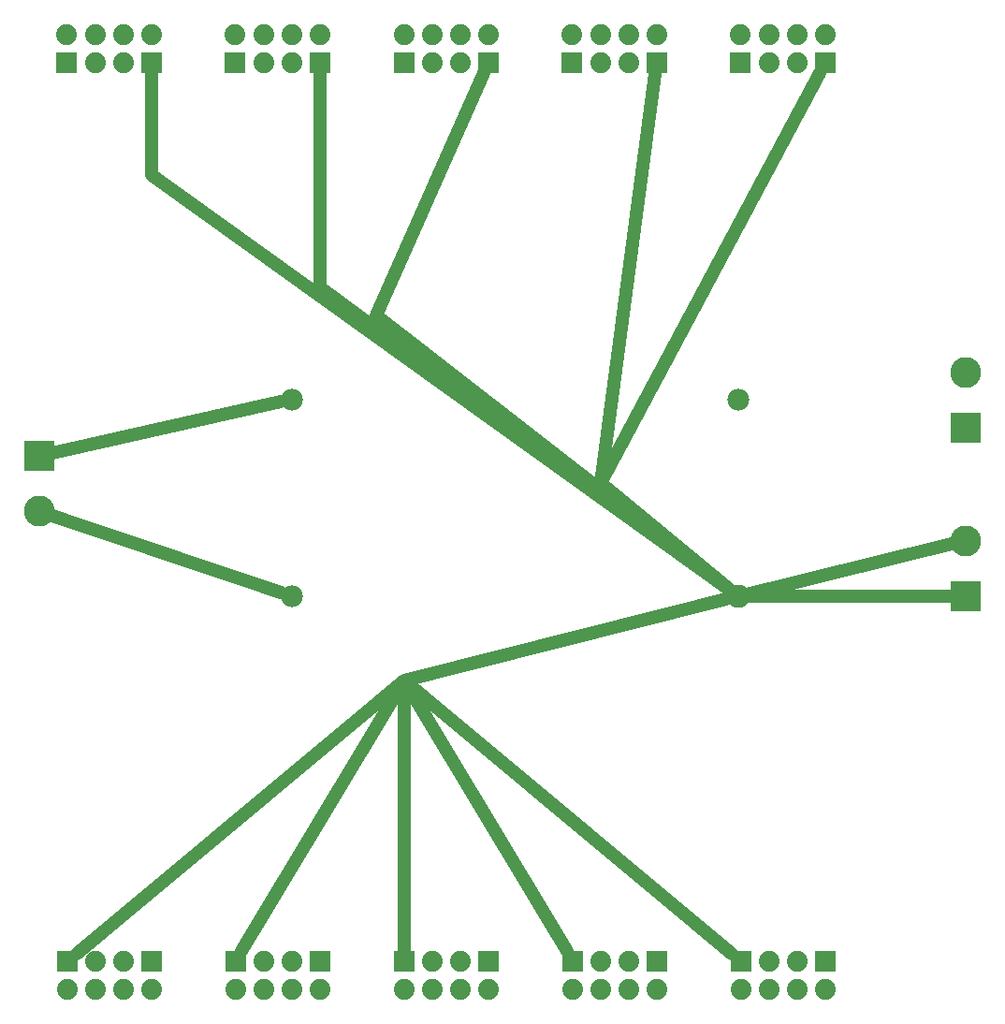
<source format=gtl>
G04 MADE WITH FRITZING*
G04 WWW.FRITZING.ORG*
G04 DOUBLE SIDED*
G04 HOLES PLATED*
G04 CONTOUR ON CENTER OF CONTOUR VECTOR*
%ASAXBY*%
%FSLAX23Y23*%
%MOIN*%
%OFA0B0*%
%SFA1.0B1.0*%
%ADD10C,0.074472*%
%ADD11C,0.078000*%
%ADD12C,0.083307*%
%ADD13C,0.110236*%
%ADD14R,0.074472X0.074108*%
%ADD15R,0.110236X0.110236*%
%ADD16C,0.048000*%
%LNCOPPER1*%
G90*
G70*
G54D10*
X3105Y3574D03*
X3105Y3674D03*
X3005Y3574D03*
X3005Y3674D03*
X2904Y3574D03*
X2904Y3674D03*
X2803Y3574D03*
X2803Y3674D03*
X3105Y3574D03*
X3105Y3674D03*
X3005Y3574D03*
X3005Y3674D03*
X2904Y3574D03*
X2904Y3674D03*
X2803Y3574D03*
X2803Y3674D03*
X1305Y3574D03*
X1305Y3674D03*
X1205Y3574D03*
X1205Y3674D03*
X1104Y3574D03*
X1104Y3674D03*
X1003Y3574D03*
X1003Y3674D03*
X1305Y3574D03*
X1305Y3674D03*
X1205Y3574D03*
X1205Y3674D03*
X1104Y3574D03*
X1104Y3674D03*
X1003Y3574D03*
X1003Y3674D03*
X2505Y3574D03*
X2505Y3674D03*
X2405Y3574D03*
X2405Y3674D03*
X2304Y3574D03*
X2304Y3674D03*
X2203Y3574D03*
X2203Y3674D03*
X2505Y3574D03*
X2505Y3674D03*
X2405Y3574D03*
X2405Y3674D03*
X2304Y3574D03*
X2304Y3674D03*
X2203Y3574D03*
X2203Y3674D03*
X705Y3574D03*
X705Y3674D03*
X605Y3574D03*
X605Y3674D03*
X504Y3574D03*
X504Y3674D03*
X403Y3574D03*
X403Y3674D03*
X705Y3574D03*
X705Y3674D03*
X605Y3574D03*
X605Y3674D03*
X504Y3574D03*
X504Y3674D03*
X403Y3574D03*
X403Y3674D03*
X1907Y3574D03*
X1907Y3674D03*
X1806Y3574D03*
X1806Y3674D03*
X1705Y3574D03*
X1705Y3674D03*
X1605Y3574D03*
X1605Y3674D03*
X1907Y3574D03*
X1907Y3674D03*
X1806Y3574D03*
X1806Y3674D03*
X1705Y3574D03*
X1705Y3674D03*
X1605Y3574D03*
X1605Y3674D03*
X1604Y374D03*
X1604Y274D03*
X1705Y374D03*
X1705Y274D03*
X1805Y374D03*
X1805Y274D03*
X1906Y374D03*
X1906Y274D03*
X1604Y374D03*
X1604Y274D03*
X1705Y374D03*
X1705Y274D03*
X1805Y374D03*
X1805Y274D03*
X1906Y374D03*
X1906Y274D03*
X2805Y374D03*
X2805Y274D03*
X2906Y374D03*
X2906Y274D03*
X3007Y374D03*
X3007Y274D03*
X3107Y374D03*
X3107Y274D03*
X2805Y374D03*
X2805Y274D03*
X2906Y374D03*
X2906Y274D03*
X3007Y374D03*
X3007Y274D03*
X3107Y374D03*
X3107Y274D03*
X2205Y374D03*
X2205Y274D03*
X2306Y374D03*
X2306Y274D03*
X2407Y374D03*
X2407Y274D03*
X2507Y374D03*
X2507Y274D03*
X2205Y374D03*
X2205Y274D03*
X2306Y374D03*
X2306Y274D03*
X2407Y374D03*
X2407Y274D03*
X2507Y374D03*
X2507Y274D03*
X1005Y374D03*
X1005Y274D03*
X1106Y374D03*
X1106Y274D03*
X1207Y374D03*
X1207Y274D03*
X1307Y374D03*
X1307Y274D03*
X1005Y374D03*
X1005Y274D03*
X1106Y374D03*
X1106Y274D03*
X1207Y374D03*
X1207Y274D03*
X1307Y374D03*
X1307Y274D03*
X405Y374D03*
X405Y274D03*
X506Y374D03*
X506Y274D03*
X607Y374D03*
X607Y274D03*
X707Y374D03*
X707Y274D03*
X405Y374D03*
X405Y274D03*
X506Y374D03*
X506Y274D03*
X607Y374D03*
X607Y274D03*
X707Y374D03*
X707Y274D03*
G54D11*
X1206Y2374D03*
X2795Y2374D03*
G54D12*
X2795Y1674D03*
G54D11*
X1206Y1674D03*
G54D13*
X306Y2174D03*
X306Y1977D03*
X3606Y2274D03*
X3606Y2470D03*
X3606Y1674D03*
X3606Y1870D03*
G54D14*
X3105Y3574D03*
X3105Y3574D03*
X2803Y3574D03*
X1305Y3574D03*
X1305Y3574D03*
X1003Y3574D03*
X2505Y3574D03*
X2505Y3574D03*
X2203Y3574D03*
X705Y3574D03*
X705Y3574D03*
X403Y3574D03*
X1907Y3574D03*
X1907Y3574D03*
X1605Y3574D03*
X1604Y374D03*
X1604Y374D03*
X1906Y374D03*
X2805Y374D03*
X2805Y374D03*
X3107Y374D03*
X2205Y374D03*
X2205Y374D03*
X2507Y374D03*
X1005Y374D03*
X1005Y374D03*
X1307Y374D03*
X405Y374D03*
X405Y374D03*
X707Y374D03*
G54D15*
X306Y2174D03*
X3606Y2274D03*
X3606Y1674D03*
G54D16*
X1166Y2365D02*
X353Y2184D01*
D02*
X1167Y1687D02*
X351Y1961D01*
D02*
X2759Y1699D02*
X705Y3174D01*
D02*
X705Y3174D02*
X705Y3531D01*
D02*
X1304Y2772D02*
X1305Y3531D01*
D02*
X2759Y1700D02*
X1304Y2772D01*
D02*
X1505Y2674D02*
X1889Y3535D01*
D02*
X2760Y1700D02*
X1505Y2674D01*
D02*
X2761Y1701D02*
X2305Y2075D01*
D02*
X2305Y2075D02*
X2500Y3532D01*
D02*
X2305Y2075D02*
X3085Y3536D01*
D02*
X2761Y1701D02*
X2305Y2075D01*
D02*
X2828Y1674D02*
X3569Y1674D01*
D02*
X2827Y1681D02*
X3570Y1862D01*
D02*
X1606Y1374D02*
X1027Y410D01*
D02*
X2773Y401D02*
X1606Y1374D01*
D02*
X1606Y1374D02*
X2752Y1663D01*
D02*
X1606Y1374D02*
X2184Y410D01*
D02*
X1606Y1374D02*
X438Y401D01*
D02*
X1606Y1374D02*
X1604Y416D01*
G04 End of Copper1*
M02*
</source>
